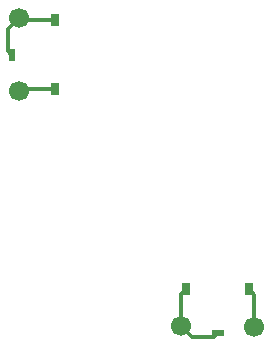
<source format=gbr>
G04 #@! TF.GenerationSoftware,KiCad,Pcbnew,6.0.1-79c1e3a40b~116~ubuntu20.04.1*
G04 #@! TF.CreationDate,2022-01-22T14:27:31+01:00*
G04 #@! TF.ProjectId,xy_stage,78795f73-7461-4676-952e-6b696361645f,rev?*
G04 #@! TF.SameCoordinates,Original*
G04 #@! TF.FileFunction,Copper,L2,Bot*
G04 #@! TF.FilePolarity,Positive*
%FSLAX46Y46*%
G04 Gerber Fmt 4.6, Leading zero omitted, Abs format (unit mm)*
G04 Created by KiCad (PCBNEW 6.0.1-79c1e3a40b~116~ubuntu20.04.1) date 2022-01-22 14:27:31*
%MOMM*%
%LPD*%
G01*
G04 APERTURE LIST*
G04 Aperture macros list*
%AMOutline4P*
0 Free polygon, 4 corners , with rotation*
0 The origin of the aperture is its center*
0 number of corners: always 4*
0 $1 to $8 corner X, Y*
0 $9 Rotation angle, in degrees counterclockwise*
0 create outline with 4 corners*
4,1,4,$1,$2,$3,$4,$5,$6,$7,$8,$1,$2,$9*%
G04 Aperture macros list end*
G04 #@! TA.AperFunction,SMDPad,CuDef*
%ADD10Outline4P,-0.300000X-0.550000X0.300000X-0.550000X0.300000X0.550000X-0.300000X0.550000X0.000000*%
G04 #@! TD*
G04 #@! TA.AperFunction,SMDPad,CuDef*
%ADD11R,0.600000X1.000000*%
G04 #@! TD*
G04 #@! TA.AperFunction,SMDPad,CuDef*
%ADD12R,1.000000X0.600000*%
G04 #@! TD*
G04 #@! TA.AperFunction,ComponentPad*
%ADD13C,1.700000*%
G04 #@! TD*
G04 #@! TA.AperFunction,Conductor*
%ADD14C,0.300000*%
G04 #@! TD*
G04 APERTURE END LIST*
D10*
X86249999Y-100925000D03*
X86249999Y-95075000D03*
X102650000Y-117850000D03*
X97350000Y-117850000D03*
D11*
X82575000Y-98025000D03*
D12*
X100025000Y-121600000D03*
D13*
X83200000Y-101100000D03*
X83200000Y-94900000D03*
X103125000Y-121050000D03*
X96900000Y-121000000D03*
D14*
X83200000Y-101100000D02*
X83375000Y-100925000D01*
X83375000Y-100925000D02*
X86224991Y-100925000D01*
X82449991Y-97899991D02*
X82449991Y-97950000D01*
X83375000Y-95075000D02*
X86224991Y-95075000D01*
X82275000Y-97725000D02*
X82449991Y-97899991D01*
X83200000Y-94900000D02*
X82275000Y-95825000D01*
X82275000Y-95825000D02*
X82275000Y-97725000D01*
X83200000Y-94900000D02*
X83375000Y-95075000D01*
X103125000Y-121050000D02*
X103125000Y-118325000D01*
X103125000Y-118325000D02*
X102725009Y-117925009D01*
X97800000Y-121900000D02*
X99725000Y-121900000D01*
X96900000Y-118300000D02*
X97274991Y-117925009D01*
X96900000Y-121000000D02*
X97800000Y-121900000D01*
X96900000Y-121000000D02*
X96900000Y-118300000D01*
X99725000Y-121900000D02*
X99874991Y-121750009D01*
M02*

</source>
